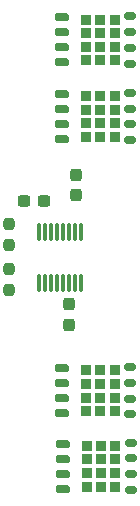
<source format=gbr>
%TF.GenerationSoftware,KiCad,Pcbnew,8.0.1*%
%TF.CreationDate,2024-04-15T20:02:01-07:00*%
%TF.ProjectId,Ideal OR Diode,49646561-6c20-44f5-9220-44696f64652e,1.0*%
%TF.SameCoordinates,Original*%
%TF.FileFunction,Paste,Top*%
%TF.FilePolarity,Positive*%
%FSLAX46Y46*%
G04 Gerber Fmt 4.6, Leading zero omitted, Abs format (unit mm)*
G04 Created by KiCad (PCBNEW 8.0.1) date 2024-04-15 20:02:01*
%MOMM*%
%LPD*%
G01*
G04 APERTURE LIST*
G04 Aperture macros list*
%AMRoundRect*
0 Rectangle with rounded corners*
0 $1 Rounding radius*
0 $2 $3 $4 $5 $6 $7 $8 $9 X,Y pos of 4 corners*
0 Add a 4 corners polygon primitive as box body*
4,1,4,$2,$3,$4,$5,$6,$7,$8,$9,$2,$3,0*
0 Add four circle primitives for the rounded corners*
1,1,$1+$1,$2,$3*
1,1,$1+$1,$4,$5*
1,1,$1+$1,$6,$7*
1,1,$1+$1,$8,$9*
0 Add four rect primitives between the rounded corners*
20,1,$1+$1,$2,$3,$4,$5,0*
20,1,$1+$1,$4,$5,$6,$7,0*
20,1,$1+$1,$6,$7,$8,$9,0*
20,1,$1+$1,$8,$9,$2,$3,0*%
G04 Aperture macros list end*
%ADD10R,0.900000X0.900000*%
%ADD11RoundRect,0.162500X-0.437500X-0.162500X0.437500X-0.162500X0.437500X0.162500X-0.437500X0.162500X0*%
%ADD12RoundRect,0.175000X-0.325000X-0.175000X0.325000X-0.175000X0.325000X0.175000X-0.325000X0.175000X0*%
%ADD13RoundRect,0.237500X0.300000X0.237500X-0.300000X0.237500X-0.300000X-0.237500X0.300000X-0.237500X0*%
%ADD14RoundRect,0.237500X0.237500X-0.300000X0.237500X0.300000X-0.237500X0.300000X-0.237500X-0.300000X0*%
%ADD15RoundRect,0.237500X-0.237500X0.300000X-0.237500X-0.300000X0.237500X-0.300000X0.237500X0.300000X0*%
%ADD16RoundRect,0.237500X0.237500X-0.250000X0.237500X0.250000X-0.237500X0.250000X-0.237500X-0.250000X0*%
%ADD17RoundRect,0.237500X-0.237500X0.250000X-0.237500X-0.250000X0.237500X-0.250000X0.237500X0.250000X0*%
%ADD18RoundRect,0.075000X0.075000X-0.650000X0.075000X0.650000X-0.075000X0.650000X-0.075000X-0.650000X0*%
G04 APERTURE END LIST*
D10*
%TO.C,Q4*%
X134925000Y-63310000D03*
X134925000Y-64460000D03*
X134925000Y-65610000D03*
X134925000Y-66760000D03*
X136150000Y-63310000D03*
X136150000Y-64460000D03*
X136150000Y-65610000D03*
X136150000Y-66760000D03*
X137350000Y-63310000D03*
X137350000Y-64460000D03*
X137350000Y-65610000D03*
X137350000Y-66760000D03*
D11*
X132900000Y-63130000D03*
X132900000Y-64400000D03*
X132900000Y-65670000D03*
X132900000Y-66940000D03*
D12*
X138650000Y-63040000D03*
X138650000Y-64370000D03*
X138650000Y-65700000D03*
X138650000Y-67030000D03*
%TD*%
D10*
%TO.C,Q3*%
X134975000Y-99400000D03*
X134975000Y-100550000D03*
X134975000Y-101700000D03*
X134975000Y-102850000D03*
X136200000Y-99400000D03*
X136200000Y-100550000D03*
X136200000Y-101700000D03*
X136200000Y-102850000D03*
X137400000Y-99400000D03*
X137400000Y-100550000D03*
X137400000Y-101700000D03*
X137400000Y-102850000D03*
D11*
X132950000Y-99220000D03*
X132950000Y-100490000D03*
X132950000Y-101760000D03*
X132950000Y-103030000D03*
D12*
X138700000Y-99130000D03*
X138700000Y-100460000D03*
X138700000Y-101790000D03*
X138700000Y-103120000D03*
%TD*%
D13*
%TO.C,C2*%
X131362500Y-78700000D03*
X129637500Y-78700000D03*
%TD*%
D14*
%TO.C,C3*%
X134100000Y-78162500D03*
X134100000Y-76437500D03*
%TD*%
D10*
%TO.C,Q2*%
X134925000Y-69776000D03*
X134925000Y-70926000D03*
X134925000Y-72076000D03*
X134925000Y-73226000D03*
X136150000Y-69776000D03*
X136150000Y-70926000D03*
X136150000Y-72076000D03*
X136150000Y-73226000D03*
X137350000Y-69776000D03*
X137350000Y-70926000D03*
X137350000Y-72076000D03*
X137350000Y-73226000D03*
D11*
X132900000Y-69596000D03*
X132900000Y-70866000D03*
X132900000Y-72136000D03*
X132900000Y-73406000D03*
D12*
X138650000Y-69506000D03*
X138650000Y-70836000D03*
X138650000Y-72166000D03*
X138650000Y-73496000D03*
%TD*%
D15*
%TO.C,C1*%
X133500000Y-87400000D03*
X133500000Y-89125000D03*
%TD*%
D16*
%TO.C,R2*%
X128400000Y-82425000D03*
X128400000Y-80600000D03*
%TD*%
D17*
%TO.C,R1*%
X128400000Y-84400000D03*
X128400000Y-86225000D03*
%TD*%
D18*
%TO.C,U1*%
X130965000Y-85589000D03*
X131465000Y-85589000D03*
X131965000Y-85589000D03*
X132465000Y-85589000D03*
X132965000Y-85589000D03*
X133465000Y-85589000D03*
X133965000Y-85589000D03*
X134465000Y-85589000D03*
X134465000Y-81289000D03*
X133965000Y-81289000D03*
X133465000Y-81289000D03*
X132965000Y-81289000D03*
X132465000Y-81289000D03*
X131965000Y-81289000D03*
X131465000Y-81289000D03*
X130965000Y-81289000D03*
%TD*%
D10*
%TO.C,Q1*%
X134925000Y-93010000D03*
X134925000Y-94160000D03*
X134925000Y-95310000D03*
X134925000Y-96460000D03*
X136150000Y-93010000D03*
X136150000Y-94160000D03*
X136150000Y-95310000D03*
X136150000Y-96460000D03*
X137350000Y-93010000D03*
X137350000Y-94160000D03*
X137350000Y-95310000D03*
X137350000Y-96460000D03*
D11*
X132900000Y-92830000D03*
X132900000Y-94100000D03*
X132900000Y-95370000D03*
X132900000Y-96640000D03*
D12*
X138650000Y-92740000D03*
X138650000Y-94070000D03*
X138650000Y-95400000D03*
X138650000Y-96730000D03*
%TD*%
M02*

</source>
